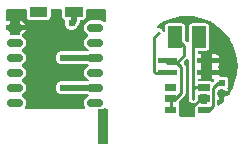
<source format=gbl>
G04 Layer: BottomLayer*
G04 EasyEDA v6.4.25, 2021-12-20T14:24:14+08:00*
G04 e4404237a4cc4071a16999871e39c68f,c1e8d67ad17f4412881db65ed68e30a3,10*
G04 Gerber Generator version 0.2*
G04 Scale: 100 percent, Rotated: No, Reflected: No *
G04 Dimensions in millimeters *
G04 leading zeros omitted , absolute positions ,4 integer and 5 decimal *
%FSLAX45Y45*%
%MOMM*%

%ADD10C,0.2540*%
%ADD11C,0.5000*%
%ADD13C,0.6096*%
%ADD14C,0.2500*%
%ADD17R,0.5400X0.5657*%
%ADD24C,0.7000*%

%LPD*%
G36*
X2379421Y13377113D02*
G01*
X2375509Y13377926D01*
X2372258Y13380110D01*
X2370023Y13383412D01*
X2369261Y13387273D01*
X2369261Y13398601D01*
X2359101Y13398601D01*
X2354986Y13399516D01*
X2351532Y13402005D01*
X2349449Y13405662D01*
X2348992Y13409879D01*
X2350008Y13419277D01*
X2350008Y13428675D01*
X2350770Y13432536D01*
X2353005Y13435838D01*
X2356256Y13438022D01*
X2360168Y13438835D01*
X2369261Y13438835D01*
X2369261Y13450112D01*
X2370023Y13454024D01*
X2372258Y13457326D01*
X2375509Y13459510D01*
X2379421Y13460272D01*
X2421788Y13460272D01*
X2425700Y13459510D01*
X2429002Y13457326D01*
X2431186Y13454024D01*
X2431948Y13450112D01*
X2431948Y13438632D01*
X2435199Y13437362D01*
X2437790Y13435076D01*
X2439517Y13432078D01*
X2440076Y13428675D01*
X2440076Y13408761D01*
X2439517Y13405357D01*
X2437790Y13402360D01*
X2435199Y13400074D01*
X2431948Y13398804D01*
X2431948Y13387273D01*
X2431186Y13383412D01*
X2429002Y13380110D01*
X2425700Y13377926D01*
X2421788Y13377113D01*
G37*

%LPD*%
G36*
X2526944Y13359384D02*
G01*
X2523236Y13360298D01*
X2520086Y13362533D01*
X2518054Y13365784D01*
X2517292Y13369544D01*
X2517292Y13399973D01*
X2518105Y13403884D01*
X2520289Y13407186D01*
X2523591Y13409371D01*
X2527452Y13410133D01*
X2532837Y13410133D01*
X2532837Y13443864D01*
X2527452Y13443864D01*
X2523591Y13444626D01*
X2520289Y13446810D01*
X2518105Y13450112D01*
X2517292Y13454024D01*
X2517292Y13474649D01*
X2518105Y13478560D01*
X2520289Y13481862D01*
X2523591Y13484047D01*
X2527452Y13484809D01*
X2532837Y13484809D01*
X2532837Y13486536D01*
X2533599Y13490448D01*
X2535834Y13493750D01*
X2539136Y13495934D01*
X2542997Y13496696D01*
X2562402Y13496696D01*
X2566263Y13495934D01*
X2569565Y13493750D01*
X2571800Y13490448D01*
X2572562Y13486536D01*
X2572562Y13484809D01*
X2605582Y13484809D01*
X2605582Y13492073D01*
X2604871Y13498372D01*
X2602839Y13504265D01*
X2602280Y13507618D01*
X2602839Y13510971D01*
X2604871Y13516863D01*
X2605582Y13523163D01*
X2605582Y13578636D01*
X2604871Y13584936D01*
X2602992Y13590371D01*
X2599893Y13595299D01*
X2595829Y13599363D01*
X2590901Y13602462D01*
X2585466Y13604392D01*
X2579116Y13605103D01*
X2543048Y13605103D01*
X2539136Y13605865D01*
X2535834Y13608050D01*
X2533650Y13611351D01*
X2532888Y13615263D01*
X2532888Y13620851D01*
X2472690Y13620851D01*
X2472690Y13588695D01*
X2478430Y13588695D01*
X2482342Y13587933D01*
X2485644Y13585698D01*
X2487828Y13582446D01*
X2488590Y13578535D01*
X2487828Y13574623D01*
X2485644Y13571372D01*
X2477973Y13563650D01*
X2475179Y13561720D01*
X2471928Y13560755D01*
X2468524Y13560958D01*
X2465374Y13562279D01*
X2461818Y13564463D01*
X2456383Y13566394D01*
X2450033Y13567105D01*
X2360168Y13567105D01*
X2356256Y13567867D01*
X2353005Y13570102D01*
X2350770Y13573404D01*
X2350008Y13578535D01*
X2350770Y13582446D01*
X2353005Y13585698D01*
X2356256Y13587933D01*
X2360168Y13588695D01*
X2378710Y13588695D01*
X2378710Y13620851D01*
X2360168Y13620851D01*
X2356256Y13621613D01*
X2353005Y13623848D01*
X2350770Y13627100D01*
X2350008Y13631011D01*
X2350008Y13648588D01*
X2350770Y13652500D01*
X2353005Y13655801D01*
X2356256Y13657986D01*
X2360168Y13658748D01*
X2378710Y13658748D01*
X2378710Y13722451D01*
X2360168Y13722451D01*
X2356256Y13723213D01*
X2353005Y13725398D01*
X2350770Y13728700D01*
X2350008Y13732611D01*
X2350008Y13750188D01*
X2350770Y13754049D01*
X2353005Y13757351D01*
X2356256Y13759586D01*
X2360168Y13760348D01*
X2378710Y13760348D01*
X2378710Y13792504D01*
X2360168Y13792504D01*
X2356256Y13793266D01*
X2353005Y13795451D01*
X2350770Y13798753D01*
X2350008Y13802664D01*
X2350008Y13813332D01*
X2350770Y13817244D01*
X2353005Y13820546D01*
X2356256Y13822730D01*
X2360168Y13823492D01*
X2420010Y13823492D01*
X2426360Y13824204D01*
X2431796Y13826134D01*
X2436723Y13829233D01*
X2440787Y13833297D01*
X2443886Y13838224D01*
X2445816Y13843660D01*
X2446528Y13850010D01*
X2446528Y14028826D01*
X2445816Y14035176D01*
X2443886Y14040612D01*
X2440787Y14045539D01*
X2436723Y14049603D01*
X2431796Y14052702D01*
X2426360Y14054632D01*
X2420010Y14055344D01*
X2301189Y14055344D01*
X2294839Y14054632D01*
X2289403Y14052702D01*
X2284476Y14049603D01*
X2280412Y14045539D01*
X2277313Y14040612D01*
X2275382Y14035176D01*
X2274671Y14028826D01*
X2274671Y13904468D01*
X2273909Y13900556D01*
X2271725Y13897254D01*
X2268423Y13895069D01*
X2264511Y13894307D01*
X2260650Y13895069D01*
X2257348Y13897254D01*
X2249474Y13905128D01*
X2247290Y13908430D01*
X2246528Y13912291D01*
X2246528Y14028826D01*
X2245817Y14035176D01*
X2243886Y14040612D01*
X2240788Y14045539D01*
X2236724Y14049603D01*
X2231796Y14052702D01*
X2226360Y14054632D01*
X2220010Y14055344D01*
X2101189Y14055344D01*
X2094839Y14054632D01*
X2089404Y14052702D01*
X2084476Y14049603D01*
X2080412Y14045539D01*
X2077313Y14040612D01*
X2075383Y14035176D01*
X2074672Y14028826D01*
X2074672Y13995603D01*
X2073706Y13991234D01*
X2070963Y13987729D01*
X2066950Y13985748D01*
X2062480Y13985646D01*
X2058416Y13987475D01*
X2055520Y13990929D01*
X2051304Y13999006D01*
X2046579Y14004798D01*
X2040737Y14009573D01*
X2034032Y14013129D01*
X2026818Y14015313D01*
X2019300Y14016075D01*
X2012391Y14015415D01*
X2008022Y14015923D01*
X2004314Y14018209D01*
X2001875Y14021866D01*
X2001215Y14026184D01*
X2002434Y14030350D01*
X2005330Y14033652D01*
X2017877Y14042948D01*
X2041956Y14058341D01*
X2067001Y14072107D01*
X2092858Y14084198D01*
X2119528Y14094510D01*
X2146808Y14103045D01*
X2174544Y14109700D01*
X2202738Y14114526D01*
X2231136Y14117421D01*
X2259685Y14118437D01*
X2288235Y14117574D01*
X2316683Y14114780D01*
X2344877Y14110055D01*
X2372664Y14103502D01*
X2399995Y14095120D01*
X2426665Y14084909D01*
X2452624Y14072920D01*
X2477719Y14059255D01*
X2501798Y14043964D01*
X2524861Y14027099D01*
X2546705Y14008709D01*
X2567330Y13988897D01*
X2586532Y13967764D01*
X2604312Y13945412D01*
X2620568Y13921892D01*
X2635199Y13897356D01*
X2648153Y13871905D01*
X2659380Y13845641D01*
X2668828Y13818666D01*
X2676448Y13791133D01*
X2682240Y13763142D01*
X2686151Y13734846D01*
X2688132Y13706348D01*
X2688234Y13677798D01*
X2686456Y13649299D01*
X2682748Y13620953D01*
X2677160Y13592911D01*
X2669692Y13565327D01*
X2660446Y13538352D01*
X2649372Y13511987D01*
X2636570Y13486434D01*
X2622143Y13461796D01*
X2612948Y13448284D01*
X2610713Y13445896D01*
X2607767Y13444372D01*
X2604566Y13443864D01*
X2572562Y13443864D01*
X2572562Y13401852D01*
X2571750Y13397890D01*
X2569514Y13394588D01*
X2548890Y13374471D01*
X2534056Y13361822D01*
X2530754Y13359892D01*
G37*

%LPC*%
G36*
X2472690Y13658748D02*
G01*
X2532888Y13658748D01*
X2532888Y13664438D01*
X2532176Y13670737D01*
X2530246Y13676223D01*
X2527147Y13681100D01*
X2524861Y13683386D01*
X2522677Y13686688D01*
X2521915Y13690600D01*
X2522677Y13694460D01*
X2524861Y13697762D01*
X2527147Y13700048D01*
X2530246Y13704976D01*
X2532176Y13710412D01*
X2532888Y13716762D01*
X2532888Y13722451D01*
X2472690Y13722451D01*
G37*
G36*
X2472690Y13760348D02*
G01*
X2532888Y13760348D01*
X2532888Y13766038D01*
X2532176Y13772337D01*
X2530246Y13777823D01*
X2527147Y13782700D01*
X2523083Y13786815D01*
X2518156Y13789863D01*
X2512720Y13791793D01*
X2506370Y13792504D01*
X2472690Y13792504D01*
G37*

%LPD*%
G36*
X896112Y13335000D02*
G01*
X891743Y13336016D01*
X888237Y13338810D01*
X886256Y13342823D01*
X886206Y13347344D01*
X888085Y13351408D01*
X888949Y13352526D01*
X893775Y13361365D01*
X897026Y13370864D01*
X898652Y13380770D01*
X898652Y13390829D01*
X897026Y13400735D01*
X893775Y13410234D01*
X888949Y13419074D01*
X882802Y13427049D01*
X875385Y13433856D01*
X862279Y13442238D01*
X860145Y13445490D01*
X859383Y13449300D01*
X860145Y13453110D01*
X862279Y13456361D01*
X875385Y13464743D01*
X882802Y13471550D01*
X888949Y13479526D01*
X893775Y13488365D01*
X897026Y13497864D01*
X898652Y13507770D01*
X898652Y13517829D01*
X897026Y13527735D01*
X893775Y13537234D01*
X888949Y13546074D01*
X882802Y13554049D01*
X875385Y13560856D01*
X862279Y13569238D01*
X860145Y13572490D01*
X859383Y13576300D01*
X860145Y13580110D01*
X862279Y13583361D01*
X875385Y13591743D01*
X882802Y13598550D01*
X888949Y13606526D01*
X893775Y13615365D01*
X897026Y13624864D01*
X898652Y13634770D01*
X898652Y13644829D01*
X897026Y13654735D01*
X893775Y13664234D01*
X888949Y13673074D01*
X882802Y13681049D01*
X875385Y13687856D01*
X862279Y13696238D01*
X860145Y13699490D01*
X859383Y13703300D01*
X860145Y13707110D01*
X862279Y13710361D01*
X875385Y13718743D01*
X882802Y13725550D01*
X888949Y13733526D01*
X893775Y13742365D01*
X897026Y13751864D01*
X898652Y13761770D01*
X898652Y13771829D01*
X897026Y13781735D01*
X893775Y13791234D01*
X888949Y13800074D01*
X882802Y13808049D01*
X875385Y13814856D01*
X862279Y13823238D01*
X860145Y13826490D01*
X859383Y13830300D01*
X860145Y13834110D01*
X862279Y13837361D01*
X875385Y13845743D01*
X882802Y13852550D01*
X888949Y13860526D01*
X893775Y13869365D01*
X897026Y13878864D01*
X898652Y13888770D01*
X898652Y13898829D01*
X897026Y13908735D01*
X893775Y13918234D01*
X888949Y13927074D01*
X882802Y13935049D01*
X875385Y13941856D01*
X862279Y13950238D01*
X860145Y13953490D01*
X859383Y13957300D01*
X860145Y13961110D01*
X862279Y13964361D01*
X875385Y13972743D01*
X882802Y13979550D01*
X888949Y13987526D01*
X893978Y13996974D01*
X844346Y13996974D01*
X844346Y13964869D01*
X843584Y13960957D01*
X841400Y13957706D01*
X838098Y13955471D01*
X834186Y13954709D01*
X771804Y13954709D01*
X767943Y13955471D01*
X764641Y13957706D01*
X762457Y13960957D01*
X761644Y13964869D01*
X761644Y13996974D01*
X736092Y13996974D01*
X732180Y13997736D01*
X728878Y13999921D01*
X726694Y14003223D01*
X725932Y14007134D01*
X725932Y14034465D01*
X726694Y14038376D01*
X728878Y14041678D01*
X732180Y14043863D01*
X736092Y14044625D01*
X761644Y14044625D01*
X761644Y14081150D01*
X757986Y14080845D01*
X748233Y14078356D01*
X740156Y14074800D01*
X736244Y14073987D01*
X732282Y14074698D01*
X728929Y14076883D01*
X726694Y14080185D01*
X725932Y14084147D01*
X725932Y14163954D01*
X726694Y14167815D01*
X728878Y14171117D01*
X732180Y14173301D01*
X736092Y14174114D01*
X892657Y14174114D01*
X896569Y14173301D01*
X899871Y14171117D01*
X902055Y14167815D01*
X902817Y14163954D01*
X902817Y14114119D01*
X903528Y14107820D01*
X905459Y14102384D01*
X908558Y14097457D01*
X912621Y14093393D01*
X917549Y14090294D01*
X922985Y14088363D01*
X929335Y14087652D01*
X1078179Y14087652D01*
X1084478Y14088363D01*
X1089964Y14090294D01*
X1094841Y14093393D01*
X1098956Y14097457D01*
X1102004Y14102384D01*
X1103934Y14107820D01*
X1104646Y14114119D01*
X1104646Y14163954D01*
X1105408Y14167815D01*
X1107643Y14171117D01*
X1110945Y14173301D01*
X1114806Y14174114D01*
X1192682Y14174114D01*
X1196543Y14173301D01*
X1199845Y14171117D01*
X1202080Y14167815D01*
X1202842Y14163954D01*
X1202842Y14114119D01*
X1203553Y14107820D01*
X1205484Y14102334D01*
X1208532Y14097457D01*
X1212646Y14093342D01*
X1217523Y14090294D01*
X1222756Y14088465D01*
X1226058Y14086586D01*
X1228394Y14083588D01*
X1229512Y14079982D01*
X1229207Y14076222D01*
X1227226Y14068704D01*
X1226362Y14058900D01*
X1227226Y14049095D01*
X1229766Y14039646D01*
X1233881Y14030706D01*
X1239520Y14022679D01*
X1246479Y14015719D01*
X1254506Y14010081D01*
X1263446Y14005966D01*
X1272895Y14003426D01*
X1282700Y14002562D01*
X1292504Y14003426D01*
X1301953Y14005966D01*
X1310894Y14010081D01*
X1318920Y14015719D01*
X1325880Y14022679D01*
X1331518Y14030706D01*
X1335074Y14038427D01*
X1336954Y14041119D01*
X1342796Y14047317D01*
X1345438Y14050772D01*
X1347825Y14054480D01*
X1349857Y14058442D01*
X1351584Y14062557D01*
X1352905Y14066774D01*
X1353820Y14070888D01*
X1354480Y14078407D01*
X1355496Y14082013D01*
X1357731Y14085011D01*
X1360932Y14086992D01*
X1364589Y14087652D01*
X1378153Y14087652D01*
X1384503Y14088363D01*
X1389938Y14090294D01*
X1394866Y14093342D01*
X1398930Y14097457D01*
X1402029Y14102334D01*
X1403959Y14107820D01*
X1404670Y14114119D01*
X1404670Y14163954D01*
X1405432Y14167815D01*
X1407617Y14171117D01*
X1410919Y14173301D01*
X1414830Y14174114D01*
X1563979Y14174114D01*
X1567840Y14173301D01*
X1571142Y14171117D01*
X1573326Y14167815D01*
X1574139Y14163954D01*
X1574190Y14074698D01*
X1573428Y14070888D01*
X1571294Y14067586D01*
X1568094Y14065402D01*
X1564284Y14064538D01*
X1560474Y14065148D01*
X1557121Y14067231D01*
X1555394Y14068856D01*
X1546961Y14074343D01*
X1537766Y14078356D01*
X1528013Y14080845D01*
X1517548Y14081709D01*
X1448409Y14081709D01*
X1437995Y14080845D01*
X1428242Y14078356D01*
X1418996Y14074343D01*
X1410614Y14068856D01*
X1403197Y14062049D01*
X1397050Y14054074D01*
X1392224Y14045234D01*
X1388973Y14035735D01*
X1387348Y14025829D01*
X1387348Y14015770D01*
X1388973Y14005864D01*
X1392224Y13996365D01*
X1397050Y13987526D01*
X1403197Y13979550D01*
X1410614Y13972743D01*
X1423720Y13964361D01*
X1425854Y13961110D01*
X1426616Y13957300D01*
X1425854Y13953490D01*
X1423720Y13950238D01*
X1410614Y13941856D01*
X1403197Y13935049D01*
X1397050Y13927074D01*
X1392224Y13918234D01*
X1388973Y13908735D01*
X1387348Y13898829D01*
X1387348Y13888770D01*
X1388973Y13878864D01*
X1392224Y13869365D01*
X1397050Y13860526D01*
X1403197Y13852550D01*
X1410614Y13845743D01*
X1418996Y13840256D01*
X1420520Y13839596D01*
X1424127Y13836954D01*
X1426260Y13832941D01*
X1426413Y13828471D01*
X1424686Y13824356D01*
X1421282Y13821359D01*
X1416812Y13818920D01*
X1414475Y13818006D01*
X1411986Y13817701D01*
X1232408Y13817701D01*
X1228090Y13818666D01*
X1225753Y13819733D01*
X1216304Y13822273D01*
X1206500Y13823137D01*
X1196695Y13822273D01*
X1187246Y13819733D01*
X1178306Y13815618D01*
X1170279Y13809980D01*
X1163320Y13803020D01*
X1157681Y13794994D01*
X1153566Y13786053D01*
X1151026Y13776604D01*
X1150162Y13766800D01*
X1151026Y13756995D01*
X1153566Y13747546D01*
X1157681Y13738606D01*
X1163320Y13730579D01*
X1170279Y13723619D01*
X1178306Y13717981D01*
X1187246Y13713866D01*
X1196695Y13711326D01*
X1206500Y13710462D01*
X1216304Y13711326D01*
X1225753Y13713866D01*
X1228090Y13714933D01*
X1232408Y13715898D01*
X1411986Y13715898D01*
X1414475Y13715593D01*
X1416812Y13714679D01*
X1421282Y13712240D01*
X1424686Y13709243D01*
X1426413Y13705128D01*
X1426260Y13700658D01*
X1424127Y13696645D01*
X1420520Y13694003D01*
X1418996Y13693343D01*
X1410614Y13687856D01*
X1403197Y13681049D01*
X1397050Y13673074D01*
X1392224Y13664234D01*
X1388973Y13654735D01*
X1387348Y13644829D01*
X1387348Y13634770D01*
X1388973Y13624864D01*
X1392224Y13615365D01*
X1397050Y13606526D01*
X1403197Y13598550D01*
X1410614Y13591743D01*
X1418996Y13586256D01*
X1420520Y13585596D01*
X1424127Y13582954D01*
X1426260Y13578941D01*
X1426413Y13574471D01*
X1424686Y13570356D01*
X1421282Y13567359D01*
X1416812Y13564920D01*
X1414475Y13564006D01*
X1411986Y13563701D01*
X1232408Y13563701D01*
X1228090Y13564666D01*
X1225753Y13565733D01*
X1216304Y13568273D01*
X1206500Y13569137D01*
X1196695Y13568273D01*
X1187246Y13565733D01*
X1178306Y13561618D01*
X1170279Y13555980D01*
X1163320Y13549020D01*
X1157681Y13540994D01*
X1153566Y13532053D01*
X1151026Y13522604D01*
X1150162Y13512800D01*
X1151026Y13502995D01*
X1153566Y13493546D01*
X1157681Y13484606D01*
X1163320Y13476579D01*
X1170279Y13469619D01*
X1178306Y13463981D01*
X1187246Y13459866D01*
X1196695Y13457326D01*
X1206500Y13456462D01*
X1216304Y13457326D01*
X1225753Y13459866D01*
X1228090Y13460933D01*
X1232408Y13461898D01*
X1411986Y13461898D01*
X1414475Y13461593D01*
X1416812Y13460679D01*
X1421282Y13458240D01*
X1424686Y13455243D01*
X1426413Y13451128D01*
X1426260Y13446658D01*
X1424127Y13442645D01*
X1420520Y13440003D01*
X1418996Y13439343D01*
X1410614Y13433856D01*
X1403197Y13427049D01*
X1397050Y13419074D01*
X1392224Y13410234D01*
X1388973Y13400735D01*
X1387348Y13390829D01*
X1387348Y13380770D01*
X1388973Y13370864D01*
X1392224Y13361365D01*
X1397050Y13352526D01*
X1397914Y13351408D01*
X1399794Y13347344D01*
X1399743Y13342823D01*
X1397762Y13338810D01*
X1394256Y13336016D01*
X1389888Y13335000D01*
G37*

%LPC*%
G36*
X844346Y14044625D02*
G01*
X893978Y14044625D01*
X888949Y14054074D01*
X882802Y14062049D01*
X875385Y14068856D01*
X867003Y14074343D01*
X857758Y14078356D01*
X848004Y14080845D01*
X844346Y14081150D01*
G37*

%LPD*%
G36*
X2262632Y13262762D02*
G01*
X2234082Y13263575D01*
X2205634Y13266318D01*
X2199436Y13267334D01*
X2195677Y13268706D01*
X2192782Y13271449D01*
X2191156Y13275056D01*
X2191054Y13279018D01*
X2192426Y13282726D01*
X2193848Y13285012D01*
X2195779Y13290448D01*
X2196490Y13296798D01*
X2196490Y13350646D01*
X2195779Y13356996D01*
X2193848Y13362432D01*
X2191766Y13365784D01*
X2190394Y13369340D01*
X2190394Y13373100D01*
X2191766Y13376605D01*
X2193848Y13380008D01*
X2195779Y13385444D01*
X2196490Y13391794D01*
X2196490Y13397382D01*
X2197252Y13401294D01*
X2199487Y13404596D01*
X2236724Y13441883D01*
X2241854Y13448080D01*
X2245410Y13454735D01*
X2247595Y13462000D01*
X2248408Y13470026D01*
X2248408Y13685062D01*
X2247595Y13693089D01*
X2245410Y13700302D01*
X2241854Y13707008D01*
X2236774Y13713206D01*
X2233574Y13716406D01*
X2231339Y13719708D01*
X2230577Y13723619D01*
X2231339Y13727480D01*
X2233574Y13730782D01*
X2255469Y13752677D01*
X2258720Y13754862D01*
X2262632Y13755624D01*
X2266543Y13754862D01*
X2269794Y13752677D01*
X2272030Y13749375D01*
X2272792Y13745463D01*
X2272792Y13419226D01*
X2273604Y13411200D01*
X2275789Y13403935D01*
X2279345Y13397280D01*
X2284120Y13391438D01*
X2289962Y13386663D01*
X2296668Y13383107D01*
X2303881Y13380872D01*
X2311400Y13380161D01*
X2319629Y13380974D01*
X2324100Y13380415D01*
X2327859Y13377976D01*
X2330246Y13374166D01*
X2330704Y13369696D01*
X2329230Y13365429D01*
X2327300Y13362432D01*
X2325420Y13356996D01*
X2324709Y13350646D01*
X2324709Y13296798D01*
X2325420Y13290448D01*
X2327300Y13285012D01*
X2328824Y13282625D01*
X2330246Y13278967D01*
X2330094Y13275005D01*
X2328519Y13271398D01*
X2325624Y13268655D01*
X2321966Y13267232D01*
X2319629Y13266826D01*
X2291181Y13263829D01*
G37*

%LPD*%
G36*
X1534160Y13125907D02*
G01*
X1530248Y13126669D01*
X1526997Y13128904D01*
X1524762Y13132155D01*
X1524000Y13136067D01*
X1524000Y13316813D01*
X1524965Y13321182D01*
X1527708Y13324687D01*
X1531670Y13326668D01*
X1537766Y13328243D01*
X1546961Y13332256D01*
X1555394Y13337743D01*
X1559306Y13340588D01*
X1562658Y13341400D01*
X1566062Y13341045D01*
X1569923Y13339063D01*
X1572260Y13336778D01*
X1573733Y13333933D01*
X1574241Y13330732D01*
X1574139Y13136067D01*
X1573326Y13132155D01*
X1571142Y13128904D01*
X1567840Y13126669D01*
X1563979Y13125907D01*
G37*

%LPD*%
D10*
X2160600Y13939415D02*
G01*
X2235200Y13864816D01*
X2235200Y13787015D01*
X2171786Y13723602D01*
X2093130Y13723602D01*
X2120590Y13418715D02*
G01*
X2120590Y13323719D01*
X2400609Y13418715D02*
G01*
X2374900Y13418715D01*
X2311400Y13355215D01*
X2273300Y13355215D01*
X2260600Y13367915D01*
X2260600Y13482215D01*
X2120590Y13418715D02*
G01*
X2159000Y13418715D01*
X2209800Y13469515D01*
X2209800Y13685575D01*
X2171786Y13723602D01*
X2360599Y13939415D02*
G01*
X2311400Y13890216D01*
X2311400Y13418715D01*
X2019300Y13977515D02*
G01*
X1981200Y13939415D01*
X1981200Y13647315D01*
X1994941Y13633574D01*
X2093130Y13633574D01*
X2311400Y13418715D02*
G01*
X2311400Y13494915D01*
X2330201Y13513711D01*
X2400609Y13513711D01*
X2552700Y13550900D02*
G01*
X2519784Y13550900D01*
X2478707Y13509823D01*
X2478707Y13357423D01*
X2444998Y13323719D01*
X2400609Y13323719D01*
D11*
X1206500Y13766800D02*
G01*
X1482979Y13766800D01*
X1303746Y14153573D02*
G01*
X1303746Y14079946D01*
X1282700Y14058900D01*
X1206500Y13512800D02*
G01*
X1482979Y13512800D01*
D24*
X1517980Y13385800D02*
G01*
X1447980Y13385800D01*
X1517980Y13512800D02*
G01*
X1447980Y13512800D01*
X1517980Y13639800D02*
G01*
X1447980Y13639800D01*
X1517980Y13766800D02*
G01*
X1447980Y13766800D01*
X1517980Y13893800D02*
G01*
X1447980Y13893800D01*
X1517980Y14020800D02*
G01*
X1447980Y14020800D01*
X837996Y13385800D02*
G01*
X767996Y13385800D01*
X837996Y13512800D02*
G01*
X767996Y13512800D01*
X837996Y13639800D02*
G01*
X767996Y13639800D01*
X837996Y13893800D02*
G01*
X767996Y13893800D01*
X837996Y14020800D02*
G01*
X767996Y14020800D01*
X837996Y13766800D02*
G01*
X767996Y13766800D01*
G36*
X1509301Y13332599D02*
G01*
X1589300Y13332599D01*
X1589300Y13032600D01*
X1509301Y13032600D01*
G37*
G36*
X2506946Y13766594D02*
G01*
X2344447Y13766594D01*
X2344447Y13716195D01*
X2506946Y13716195D01*
G37*
G36*
X2506946Y13664994D02*
G01*
X2344447Y13664994D01*
X2344447Y13614595D01*
X2506946Y13614595D01*
G37*
G36*
X2176759Y13664996D02*
G01*
X2014260Y13664996D01*
X2014260Y13614598D01*
X2176759Y13614598D01*
G37*
G36*
X2176759Y13766596D02*
G01*
X2014260Y13766596D01*
X2014260Y13716198D01*
X2176759Y13716198D01*
G37*
G36*
X1378745Y14113573D02*
G01*
X1378745Y14193573D01*
X1228742Y14193573D01*
X1228742Y14113573D01*
G37*
G36*
X1078745Y14113573D02*
G01*
X1078745Y14193573D01*
X928743Y14193573D01*
X928743Y14113573D01*
G37*
G36*
X2350602Y13296214D02*
G01*
X2450602Y13296214D01*
X2450602Y13351215D01*
X2350602Y13351215D01*
G37*
G36*
X2350602Y13391210D02*
G01*
X2450602Y13391210D01*
X2450602Y13446211D01*
X2350602Y13446211D01*
G37*
G36*
X2350602Y13486206D02*
G01*
X2450602Y13486206D01*
X2450602Y13541207D01*
X2350602Y13541207D01*
G37*
G36*
X2070592Y13486206D02*
G01*
X2170592Y13486206D01*
X2170592Y13541207D01*
X2070592Y13541207D01*
G37*
G36*
X2070592Y13391210D02*
G01*
X2170592Y13391210D01*
X2170592Y13446211D01*
X2070592Y13446211D01*
G37*
G36*
X2070592Y13296214D02*
G01*
X2170592Y13296214D01*
X2170592Y13351215D01*
X2070592Y13351215D01*
G37*
D17*
G01*
X2552700Y13550900D03*
G36*
X2525699Y13492617D02*
G01*
X2579700Y13492617D01*
X2579700Y13436053D01*
X2525699Y13436053D01*
G37*
G36*
X2220600Y14029418D02*
G01*
X2100600Y14029418D01*
X2100600Y13849418D01*
X2220600Y13849418D01*
G37*
G36*
X2420599Y14029418D02*
G01*
X2300599Y14029418D01*
X2300599Y13849418D01*
X2420599Y13849418D01*
G37*
D13*
G01*
X1206500Y13766800D03*
G01*
X1206500Y13512800D03*
G01*
X1282700Y14058900D03*
G01*
X956005Y13942009D03*
G01*
X1549298Y13182600D03*
G01*
X1003300Y14147800D03*
G01*
X800100Y13512800D03*
D14*
G01*
X2260600Y13482218D03*
G01*
X2476500Y13875918D03*
G01*
X2641600Y13533018D03*
G01*
X2019300Y13977518D03*
G01*
X2311400Y13418718D03*
G01*
X2552700Y13550900D03*
M02*

</source>
